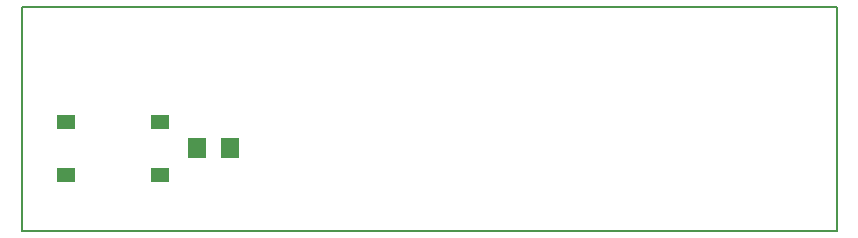
<source format=gtp>
G04 EAGLE Gerber X2 export*
%TF.Part,Single*%
%TF.FileFunction,Other,Top Paste*%
%TF.FilePolarity,Positive*%
%TF.GenerationSoftware,Autodesk,EAGLE,9.4.2*%
%TF.CreationDate,2020-04-14T05:47:31Z*%
G75*
%MOMM*%
%FSLAX34Y34*%
%LPD*%
%INTop Paste*%
%AMOC8*
5,1,8,0,0,1.08239X$1,22.5*%
G01*
%ADD10C,0.200000*%
%ADD11R,1.600000X1.800000*%
%ADD12R,1.550000X1.300000*%


D10*
X0Y-190000D02*
X690000Y-190000D01*
X0Y-190000D02*
X0Y0D01*
X690000Y0D02*
X690000Y-190000D01*
X690000Y0D02*
X0Y0D01*
D11*
X148500Y-120000D03*
X176500Y-120000D03*
D12*
X37750Y-97500D03*
X117250Y-97500D03*
X37750Y-142500D03*
X117250Y-142500D03*
M02*

</source>
